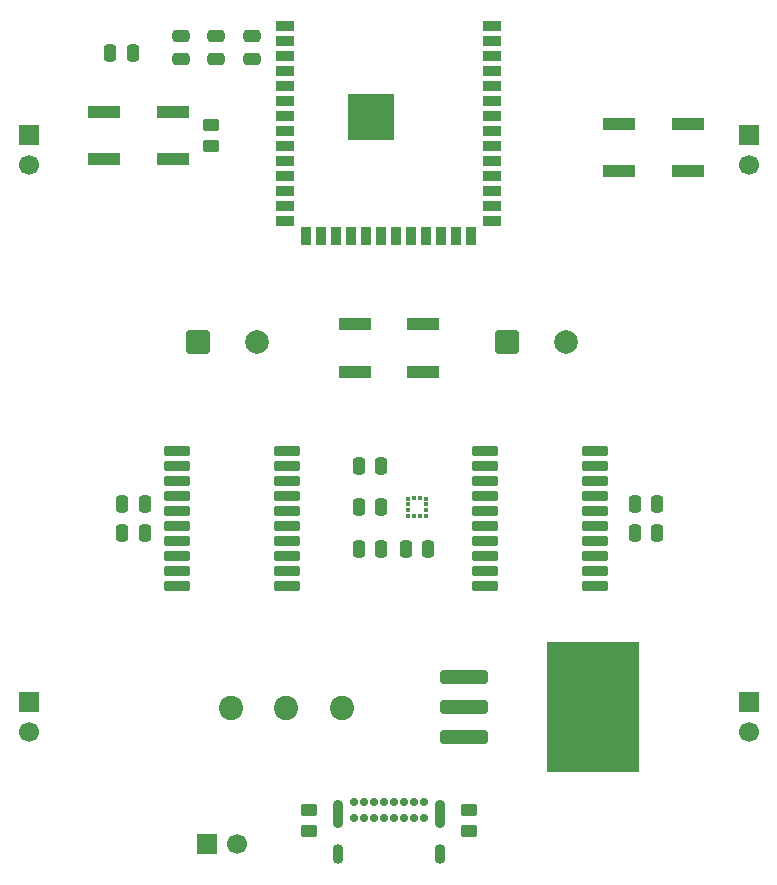
<source format=gbr>
%TF.GenerationSoftware,KiCad,Pcbnew,9.0.3*%
%TF.CreationDate,2025-08-18T21:06:09-04:00*%
%TF.ProjectId,robotbrain,726f626f-7462-4726-9169-6e2e6b696361,rev?*%
%TF.SameCoordinates,Original*%
%TF.FileFunction,Soldermask,Top*%
%TF.FilePolarity,Negative*%
%FSLAX46Y46*%
G04 Gerber Fmt 4.6, Leading zero omitted, Abs format (unit mm)*
G04 Created by KiCad (PCBNEW 9.0.3) date 2025-08-18 21:06:09*
%MOMM*%
%LPD*%
G01*
G04 APERTURE LIST*
G04 Aperture macros list*
%AMRoundRect*
0 Rectangle with rounded corners*
0 $1 Rounding radius*
0 $2 $3 $4 $5 $6 $7 $8 $9 X,Y pos of 4 corners*
0 Add a 4 corners polygon primitive as box body*
4,1,4,$2,$3,$4,$5,$6,$7,$8,$9,$2,$3,0*
0 Add four circle primitives for the rounded corners*
1,1,$1+$1,$2,$3*
1,1,$1+$1,$4,$5*
1,1,$1+$1,$6,$7*
1,1,$1+$1,$8,$9*
0 Add four rect primitives between the rounded corners*
20,1,$1+$1,$2,$3,$4,$5,0*
20,1,$1+$1,$4,$5,$6,$7,0*
20,1,$1+$1,$6,$7,$8,$9,0*
20,1,$1+$1,$8,$9,$2,$3,0*%
G04 Aperture macros list end*
%ADD10R,2.800000X1.000000*%
%ADD11R,1.700000X1.700000*%
%ADD12C,1.700000*%
%ADD13RoundRect,0.250000X0.475000X-0.250000X0.475000X0.250000X-0.475000X0.250000X-0.475000X-0.250000X0*%
%ADD14C,2.057400*%
%ADD15RoundRect,0.250000X-0.750000X-0.750000X0.750000X-0.750000X0.750000X0.750000X-0.750000X0.750000X0*%
%ADD16C,2.000000*%
%ADD17RoundRect,0.250000X-0.250000X-0.475000X0.250000X-0.475000X0.250000X0.475000X-0.250000X0.475000X0*%
%ADD18R,1.500000X0.900000*%
%ADD19R,0.900000X1.500000*%
%ADD20C,0.600000*%
%ADD21R,3.900000X3.900000*%
%ADD22C,0.700000*%
%ADD23O,0.900000X2.400000*%
%ADD24O,0.900000X1.700000*%
%ADD25RoundRect,0.149250X-1.847750X-0.447750X1.847750X-0.447750X1.847750X0.447750X-1.847750X0.447750X0*%
%ADD26RoundRect,0.102000X-3.810000X-5.420000X3.810000X-5.420000X3.810000X5.420000X-3.810000X5.420000X0*%
%ADD27RoundRect,0.250000X0.450000X-0.262500X0.450000X0.262500X-0.450000X0.262500X-0.450000X-0.262500X0*%
%ADD28RoundRect,0.250000X-0.450000X0.262500X-0.450000X-0.262500X0.450000X-0.262500X0.450000X0.262500X0*%
%ADD29R,0.375000X0.350000*%
%ADD30R,0.350000X0.375000*%
%ADD31RoundRect,0.099250X-1.037750X-0.297750X1.037750X-0.297750X1.037750X0.297750X-1.037750X0.297750X0*%
G04 APERTURE END LIST*
D10*
%TO.C,SW2*%
X107695000Y-77500000D03*
X113495000Y-77500000D03*
X107695000Y-81500000D03*
X113495000Y-81500000D03*
%TD*%
D11*
%TO.C,J1*%
X95225000Y-121500000D03*
D12*
X97765000Y-121500000D03*
%TD*%
D13*
%TO.C,C6*%
X95990000Y-55000000D03*
X95990000Y-53100000D03*
%TD*%
D14*
%TO.C,SW1*%
X106594100Y-110000000D03*
X101895100Y-110000000D03*
X97196100Y-110000000D03*
%TD*%
D15*
%TO.C,C11*%
X94445000Y-79000000D03*
D16*
X99445000Y-79000000D03*
%TD*%
D11*
%TO.C,J6*%
X141095000Y-61460000D03*
D12*
X141095000Y-64000000D03*
%TD*%
D17*
%TO.C,C9*%
X131445000Y-92672500D03*
X133345000Y-92672500D03*
%TD*%
D18*
%TO.C,U1*%
X101845000Y-52240000D03*
X101845000Y-53510000D03*
X101845000Y-54780000D03*
X101845000Y-56050000D03*
X101845000Y-57320000D03*
X101845000Y-58590000D03*
X101845000Y-59860000D03*
X101845000Y-61130000D03*
X101845000Y-62400000D03*
X101845000Y-63670000D03*
X101845000Y-64940000D03*
X101845000Y-66210000D03*
X101845000Y-67480000D03*
X101845000Y-68750000D03*
D19*
X103610000Y-70000000D03*
X104880000Y-70000000D03*
X106150000Y-70000000D03*
X107420000Y-70000000D03*
X108690000Y-70000000D03*
X109960000Y-70000000D03*
X111230000Y-70000000D03*
X112500000Y-70000000D03*
X113770000Y-70000000D03*
X115040000Y-70000000D03*
X116310000Y-70000000D03*
X117580000Y-70000000D03*
D18*
X119345000Y-68750000D03*
X119345000Y-67480000D03*
X119345000Y-66210000D03*
X119345000Y-64940000D03*
X119345000Y-63670000D03*
X119345000Y-62400000D03*
X119345000Y-61130000D03*
X119345000Y-59860000D03*
X119345000Y-58590000D03*
X119345000Y-57320000D03*
X119345000Y-56050000D03*
X119345000Y-54780000D03*
X119345000Y-53510000D03*
X119345000Y-52240000D03*
D20*
X107695000Y-59260000D03*
X107695000Y-60660000D03*
X108395000Y-58560000D03*
X108395000Y-59960000D03*
X108395000Y-61360000D03*
X109095000Y-59260000D03*
D21*
X109095000Y-59960000D03*
D20*
X109095000Y-60660000D03*
X109795000Y-58560000D03*
X109795000Y-59960000D03*
X109795000Y-61360000D03*
X110495000Y-59260000D03*
X110495000Y-60660000D03*
%TD*%
D13*
%TO.C,C7*%
X99000000Y-55000000D03*
X99000000Y-53100000D03*
%TD*%
D17*
%TO.C,C8*%
X87000000Y-54500000D03*
X88900000Y-54500000D03*
%TD*%
D11*
%TO.C,J7*%
X141095000Y-109460000D03*
D12*
X141095000Y-112000000D03*
%TD*%
D17*
%TO.C,C2*%
X108050000Y-89500000D03*
X109950000Y-89500000D03*
%TD*%
D22*
%TO.C,J3*%
X107620000Y-117975000D03*
X108470000Y-117975000D03*
X109320000Y-117975000D03*
X110170000Y-117975000D03*
X111020000Y-117975000D03*
X111870000Y-117975000D03*
X112720000Y-117975000D03*
X113570000Y-117975000D03*
X113570000Y-119325000D03*
X112720000Y-119325000D03*
X111870000Y-119325000D03*
X111020000Y-119325000D03*
X110170000Y-119325000D03*
X109320000Y-119325000D03*
X108470000Y-119325000D03*
X107620000Y-119325000D03*
D23*
X106270000Y-118955000D03*
D24*
X106270000Y-122335000D03*
D23*
X114920000Y-118955000D03*
D24*
X114920000Y-122335000D03*
%TD*%
D17*
%TO.C,C3*%
X108050000Y-93000000D03*
X109950000Y-93000000D03*
%TD*%
D11*
%TO.C,J5*%
X80095000Y-109460000D03*
D12*
X80095000Y-112000000D03*
%TD*%
D25*
%TO.C,U6*%
X117000000Y-107360000D03*
X117000000Y-109900000D03*
X117000000Y-112440000D03*
D26*
X127880000Y-109900000D03*
%TD*%
D13*
%TO.C,C5*%
X92980000Y-55000000D03*
X92980000Y-53100000D03*
%TD*%
D15*
%TO.C,C13*%
X120577300Y-79000000D03*
D16*
X125577300Y-79000000D03*
%TD*%
D17*
%TO.C,C1*%
X112050000Y-96500000D03*
X113950000Y-96500000D03*
%TD*%
D27*
%TO.C,R1*%
X95500000Y-62412500D03*
X95500000Y-60587500D03*
%TD*%
D28*
%TO.C,R15*%
X103845000Y-118587500D03*
X103845000Y-120412500D03*
%TD*%
D11*
%TO.C,J2*%
X80095000Y-61460000D03*
D12*
X80095000Y-64000000D03*
%TD*%
D28*
%TO.C,R16*%
X117345000Y-118587500D03*
X117345000Y-120412500D03*
%TD*%
D17*
%TO.C,C10*%
X88045000Y-92682500D03*
X89945000Y-92682500D03*
%TD*%
D29*
%TO.C,U2*%
X112237500Y-92250000D03*
X112237500Y-92750000D03*
X112237500Y-93250000D03*
X112237500Y-93750000D03*
D30*
X112750000Y-93762500D03*
X113250000Y-93762500D03*
D29*
X113762500Y-93750000D03*
X113762500Y-93250000D03*
X113762500Y-92750000D03*
X113762500Y-92250000D03*
D30*
X113250000Y-92237500D03*
X112750000Y-92237500D03*
%TD*%
D31*
%TO.C,U3*%
X92647700Y-88217500D03*
X92647700Y-89487500D03*
X92647700Y-90757500D03*
X92647700Y-92027500D03*
X92647700Y-93297500D03*
X92647700Y-94567500D03*
X92647700Y-95837500D03*
X92647700Y-97107500D03*
X92647700Y-98377500D03*
X92647700Y-99647500D03*
X101937700Y-99647500D03*
X101937700Y-98377500D03*
X101937700Y-97107500D03*
X101937700Y-95837500D03*
X101937700Y-94567500D03*
X101937700Y-93297500D03*
X101937700Y-92027500D03*
X101937700Y-90757500D03*
X101937700Y-89487500D03*
X101937700Y-88217500D03*
%TD*%
%TO.C,U4*%
X118780000Y-88217500D03*
X118780000Y-89487500D03*
X118780000Y-90757500D03*
X118780000Y-92027500D03*
X118780000Y-93297500D03*
X118780000Y-94567500D03*
X118780000Y-95837500D03*
X118780000Y-97107500D03*
X118780000Y-98377500D03*
X118780000Y-99647500D03*
X128070000Y-99647500D03*
X128070000Y-98377500D03*
X128070000Y-97107500D03*
X128070000Y-95837500D03*
X128070000Y-94567500D03*
X128070000Y-93297500D03*
X128070000Y-92027500D03*
X128070000Y-90757500D03*
X128070000Y-89487500D03*
X128070000Y-88217500D03*
%TD*%
D10*
%TO.C,SW5*%
X86500000Y-59500000D03*
X92300000Y-59500000D03*
X86500000Y-63500000D03*
X92300000Y-63500000D03*
%TD*%
D17*
%TO.C,C12*%
X131445000Y-95192500D03*
X133345000Y-95192500D03*
%TD*%
D10*
%TO.C,SW6*%
X130100000Y-60500000D03*
X135900000Y-60500000D03*
X130100000Y-64500000D03*
X135900000Y-64500000D03*
%TD*%
D17*
%TO.C,C4*%
X108050000Y-96500000D03*
X109950000Y-96500000D03*
%TD*%
%TO.C,C14*%
X88045000Y-95182500D03*
X89945000Y-95182500D03*
%TD*%
M02*

</source>
